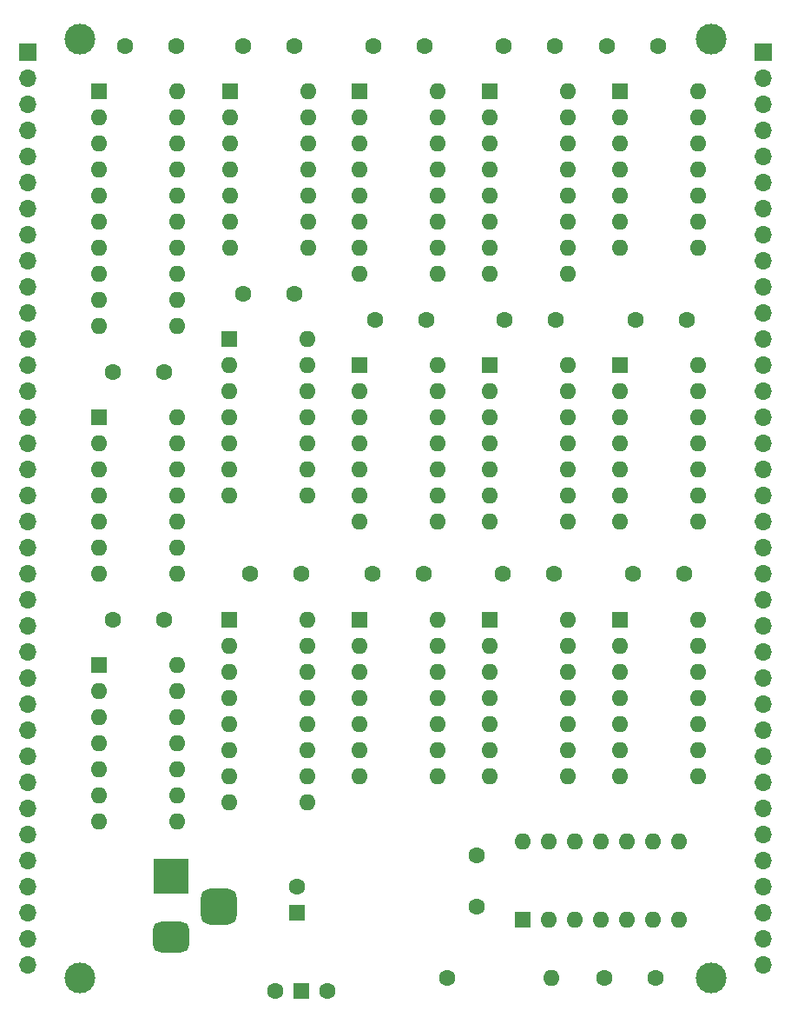
<source format=gbs>
G04 #@! TF.GenerationSoftware,KiCad,Pcbnew,8.0.9-8.0.9-0~ubuntu22.04.1*
G04 #@! TF.CreationDate,2025-07-24T17:31:46+10:00*
G04 #@! TF.ProjectId,UE14500-TTL,55453134-3530-4302-9d54-544c2e6b6963,rev?*
G04 #@! TF.SameCoordinates,Original*
G04 #@! TF.FileFunction,Soldermask,Bot*
G04 #@! TF.FilePolarity,Negative*
%FSLAX46Y46*%
G04 Gerber Fmt 4.6, Leading zero omitted, Abs format (unit mm)*
G04 Created by KiCad (PCBNEW 8.0.9-8.0.9-0~ubuntu22.04.1) date 2025-07-24 17:31:46*
%MOMM*%
%LPD*%
G01*
G04 APERTURE LIST*
G04 Aperture macros list*
%AMRoundRect*
0 Rectangle with rounded corners*
0 $1 Rounding radius*
0 $2 $3 $4 $5 $6 $7 $8 $9 X,Y pos of 4 corners*
0 Add a 4 corners polygon primitive as box body*
4,1,4,$2,$3,$4,$5,$6,$7,$8,$9,$2,$3,0*
0 Add four circle primitives for the rounded corners*
1,1,$1+$1,$2,$3*
1,1,$1+$1,$4,$5*
1,1,$1+$1,$6,$7*
1,1,$1+$1,$8,$9*
0 Add four rect primitives between the rounded corners*
20,1,$1+$1,$2,$3,$4,$5,0*
20,1,$1+$1,$4,$5,$6,$7,0*
20,1,$1+$1,$6,$7,$8,$9,0*
20,1,$1+$1,$8,$9,$2,$3,0*%
G04 Aperture macros list end*
%ADD10R,1.600000X1.600000*%
%ADD11O,1.600000X1.600000*%
%ADD12C,1.600000*%
%ADD13C,3.000000*%
%ADD14R,1.700000X1.700000*%
%ADD15O,1.700000X1.700000*%
%ADD16R,1.500000X1.500000*%
%ADD17R,3.500000X3.500000*%
%ADD18RoundRect,0.750000X1.000000X-0.750000X1.000000X0.750000X-1.000000X0.750000X-1.000000X-0.750000X0*%
%ADD19RoundRect,0.875000X0.875000X-0.875000X0.875000X0.875000X-0.875000X0.875000X-0.875000X-0.875000X0*%
G04 APERTURE END LIST*
D10*
X109855000Y-108585000D03*
D11*
X109855000Y-111125000D03*
X109855000Y-113665000D03*
X109855000Y-116205000D03*
X109855000Y-118745000D03*
X109855000Y-121285000D03*
X109855000Y-123825000D03*
X109855000Y-126365000D03*
X117475000Y-126365000D03*
X117475000Y-123825000D03*
X117475000Y-121285000D03*
X117475000Y-118745000D03*
X117475000Y-116205000D03*
X117475000Y-113665000D03*
X117475000Y-111125000D03*
X117475000Y-108585000D03*
D12*
X129032000Y-79375000D03*
X124032000Y-79375000D03*
D10*
X122545000Y-57150000D03*
D11*
X122545000Y-59690000D03*
X122545000Y-62230000D03*
X122545000Y-64770000D03*
X122545000Y-67310000D03*
X122545000Y-69850000D03*
X122545000Y-72390000D03*
X122545000Y-74930000D03*
X130165000Y-74930000D03*
X130165000Y-72390000D03*
X130165000Y-69850000D03*
X130165000Y-67310000D03*
X130165000Y-64770000D03*
X130165000Y-62230000D03*
X130165000Y-59690000D03*
X130165000Y-57150000D03*
D10*
X122545000Y-83820000D03*
D11*
X122545000Y-86360000D03*
X122545000Y-88900000D03*
X122545000Y-91440000D03*
X122545000Y-93980000D03*
X122545000Y-96520000D03*
X122545000Y-99060000D03*
X130165000Y-99060000D03*
X130165000Y-96520000D03*
X130165000Y-93980000D03*
X130165000Y-91440000D03*
X130165000Y-88900000D03*
X130165000Y-86360000D03*
X130165000Y-83820000D03*
D10*
X147955000Y-108585000D03*
D11*
X147955000Y-111125000D03*
X147955000Y-113665000D03*
X147955000Y-116205000D03*
X147955000Y-118745000D03*
X147955000Y-121285000D03*
X147955000Y-123825000D03*
X155575000Y-123825000D03*
X155575000Y-121285000D03*
X155575000Y-118745000D03*
X155575000Y-116205000D03*
X155575000Y-113665000D03*
X155575000Y-111125000D03*
X155575000Y-108585000D03*
D13*
X156845000Y-52070000D03*
D14*
X90170000Y-53340000D03*
D15*
X90170000Y-55880000D03*
X90170000Y-58420000D03*
X90170000Y-60960000D03*
X90170000Y-63500000D03*
X90170000Y-66040000D03*
X90170000Y-68580000D03*
X90170000Y-71120000D03*
X90170000Y-73660000D03*
X90170000Y-76200000D03*
X90170000Y-78740000D03*
X90170000Y-81280000D03*
X90170000Y-83820000D03*
X90170000Y-86360000D03*
X90170000Y-88900000D03*
X90170000Y-91440000D03*
X90170000Y-93980000D03*
X90170000Y-96520000D03*
X90170000Y-99060000D03*
X90170000Y-101600000D03*
X90170000Y-104140000D03*
X90170000Y-106680000D03*
X90170000Y-109220000D03*
X90170000Y-111760000D03*
X90170000Y-114300000D03*
X90170000Y-116840000D03*
X90170000Y-119380000D03*
X90170000Y-121920000D03*
X90170000Y-124460000D03*
X90170000Y-127000000D03*
X90170000Y-129540000D03*
X90170000Y-132080000D03*
X90170000Y-134620000D03*
X90170000Y-137160000D03*
X90170000Y-139700000D03*
X90170000Y-142240000D03*
D16*
X116840000Y-144780000D03*
D12*
X114300000Y-144780000D03*
X119380000Y-144780000D03*
X116195000Y-52705000D03*
X111195000Y-52705000D03*
X151384000Y-143510000D03*
X146384000Y-143510000D03*
X131064000Y-143510000D03*
D11*
X141224000Y-143510000D03*
D13*
X95250000Y-143510000D03*
D12*
X128825000Y-104140000D03*
X123825000Y-104140000D03*
X116840000Y-104140000D03*
X111840000Y-104140000D03*
D10*
X116460000Y-137120000D03*
D12*
X116460000Y-134620000D03*
X103505000Y-108585000D03*
X98505000Y-108585000D03*
D17*
X104140000Y-133525000D03*
D18*
X104140000Y-139525000D03*
D19*
X108840000Y-136525000D03*
D10*
X135255000Y-83820000D03*
D11*
X135255000Y-86360000D03*
X135255000Y-88900000D03*
X135255000Y-91440000D03*
X135255000Y-93980000D03*
X135255000Y-96520000D03*
X135255000Y-99060000D03*
X142875000Y-99060000D03*
X142875000Y-96520000D03*
X142875000Y-93980000D03*
X142875000Y-91440000D03*
X142875000Y-88900000D03*
X142875000Y-86360000D03*
X142875000Y-83820000D03*
D12*
X154225000Y-104140000D03*
X149225000Y-104140000D03*
D10*
X135245000Y-57150000D03*
D11*
X135245000Y-59690000D03*
X135245000Y-62230000D03*
X135245000Y-64770000D03*
X135245000Y-67310000D03*
X135245000Y-69850000D03*
X135245000Y-72390000D03*
X135245000Y-74930000D03*
X142865000Y-74930000D03*
X142865000Y-72390000D03*
X142865000Y-69850000D03*
X142865000Y-67310000D03*
X142865000Y-64770000D03*
X142865000Y-62230000D03*
X142865000Y-59690000D03*
X142865000Y-57150000D03*
D10*
X122555000Y-108585000D03*
D11*
X122555000Y-111125000D03*
X122555000Y-113665000D03*
X122555000Y-116205000D03*
X122555000Y-118745000D03*
X122555000Y-121285000D03*
X122555000Y-123825000D03*
X130175000Y-123825000D03*
X130175000Y-121285000D03*
X130175000Y-118745000D03*
X130175000Y-116205000D03*
X130175000Y-113665000D03*
X130175000Y-111125000D03*
X130175000Y-108585000D03*
D12*
X103505000Y-84455000D03*
X98505000Y-84455000D03*
X133990000Y-131535000D03*
X133990000Y-136535000D03*
D10*
X97145000Y-88900000D03*
D11*
X97145000Y-91440000D03*
X97145000Y-93980000D03*
X97145000Y-96520000D03*
X97145000Y-99060000D03*
X97145000Y-101600000D03*
X97145000Y-104140000D03*
X104765000Y-104140000D03*
X104765000Y-101600000D03*
X104765000Y-99060000D03*
X104765000Y-96520000D03*
X104765000Y-93980000D03*
X104765000Y-91440000D03*
X104765000Y-88900000D03*
D12*
X154432000Y-79375000D03*
X149432000Y-79375000D03*
D10*
X109885000Y-57150000D03*
D11*
X109885000Y-59690000D03*
X109885000Y-62230000D03*
X109885000Y-64770000D03*
X109885000Y-67310000D03*
X109885000Y-69850000D03*
X109885000Y-72390000D03*
X117505000Y-72390000D03*
X117505000Y-69850000D03*
X117505000Y-67310000D03*
X117505000Y-64770000D03*
X117505000Y-62230000D03*
X117505000Y-59690000D03*
X117505000Y-57150000D03*
D10*
X138430000Y-137795000D03*
D11*
X140970000Y-137795000D03*
X143510000Y-137795000D03*
X146050000Y-137795000D03*
X148590000Y-137795000D03*
X151130000Y-137795000D03*
X153670000Y-137795000D03*
X153670000Y-130175000D03*
X151130000Y-130175000D03*
X148590000Y-130175000D03*
X146050000Y-130175000D03*
X143510000Y-130175000D03*
X140970000Y-130175000D03*
X138430000Y-130175000D03*
D12*
X141652000Y-79375000D03*
X136652000Y-79375000D03*
D10*
X109855000Y-81280000D03*
D11*
X109855000Y-83820000D03*
X109855000Y-86360000D03*
X109855000Y-88900000D03*
X109855000Y-91440000D03*
X109855000Y-93980000D03*
X109855000Y-96520000D03*
X117475000Y-96520000D03*
X117475000Y-93980000D03*
X117475000Y-91440000D03*
X117475000Y-88900000D03*
X117475000Y-86360000D03*
X117475000Y-83820000D03*
X117475000Y-81280000D03*
D12*
X104685000Y-52705000D03*
X99685000Y-52705000D03*
X128895000Y-52690000D03*
X123895000Y-52690000D03*
D10*
X97145000Y-57150000D03*
D11*
X97145000Y-59690000D03*
X97145000Y-62230000D03*
X97145000Y-64770000D03*
X97145000Y-67310000D03*
X97145000Y-69850000D03*
X97145000Y-72390000D03*
X97145000Y-74930000D03*
X97145000Y-77470000D03*
X97145000Y-80010000D03*
X104765000Y-80010000D03*
X104765000Y-77470000D03*
X104765000Y-74930000D03*
X104765000Y-72390000D03*
X104765000Y-69850000D03*
X104765000Y-67310000D03*
X104765000Y-64770000D03*
X104765000Y-62230000D03*
X104765000Y-59690000D03*
X104765000Y-57150000D03*
D13*
X95250000Y-52070000D03*
D10*
X97155000Y-113030000D03*
D11*
X97155000Y-115570000D03*
X97155000Y-118110000D03*
X97155000Y-120650000D03*
X97155000Y-123190000D03*
X97155000Y-125730000D03*
X97155000Y-128270000D03*
X104775000Y-128270000D03*
X104775000Y-125730000D03*
X104775000Y-123190000D03*
X104775000Y-120650000D03*
X104775000Y-118110000D03*
X104775000Y-115570000D03*
X104775000Y-113030000D03*
D12*
X116205000Y-76835000D03*
X111205000Y-76835000D03*
D10*
X147965000Y-83820000D03*
D11*
X147965000Y-86360000D03*
X147965000Y-88900000D03*
X147965000Y-91440000D03*
X147965000Y-93980000D03*
X147965000Y-96520000D03*
X147965000Y-99060000D03*
X155585000Y-99060000D03*
X155585000Y-96520000D03*
X155585000Y-93980000D03*
X155585000Y-91440000D03*
X155585000Y-88900000D03*
X155585000Y-86360000D03*
X155585000Y-83820000D03*
D13*
X156845000Y-143510000D03*
D10*
X147945000Y-57150000D03*
D11*
X147945000Y-59690000D03*
X147945000Y-62230000D03*
X147945000Y-64770000D03*
X147945000Y-67310000D03*
X147945000Y-69850000D03*
X147945000Y-72390000D03*
X155565000Y-72390000D03*
X155565000Y-69850000D03*
X155565000Y-67310000D03*
X155565000Y-64770000D03*
X155565000Y-62230000D03*
X155565000Y-59690000D03*
X155565000Y-57150000D03*
D14*
X161925000Y-53340000D03*
D15*
X161925000Y-55880000D03*
X161925000Y-58420000D03*
X161925000Y-60960000D03*
X161925000Y-63500000D03*
X161925000Y-66040000D03*
X161925000Y-68580000D03*
X161925000Y-71120000D03*
X161925000Y-73660000D03*
X161925000Y-76200000D03*
X161925000Y-78740000D03*
X161925000Y-81280000D03*
X161925000Y-83820000D03*
X161925000Y-86360000D03*
X161925000Y-88900000D03*
X161925000Y-91440000D03*
X161925000Y-93980000D03*
X161925000Y-96520000D03*
X161925000Y-99060000D03*
X161925000Y-101600000D03*
X161925000Y-104140000D03*
X161925000Y-106680000D03*
X161925000Y-109220000D03*
X161925000Y-111760000D03*
X161925000Y-114300000D03*
X161925000Y-116840000D03*
X161925000Y-119380000D03*
X161925000Y-121920000D03*
X161925000Y-124460000D03*
X161925000Y-127000000D03*
X161925000Y-129540000D03*
X161925000Y-132080000D03*
X161925000Y-134620000D03*
X161925000Y-137160000D03*
X161925000Y-139700000D03*
X161925000Y-142240000D03*
D12*
X151675000Y-52705000D03*
X146675000Y-52705000D03*
D10*
X135255000Y-108585000D03*
D11*
X135255000Y-111125000D03*
X135255000Y-113665000D03*
X135255000Y-116205000D03*
X135255000Y-118745000D03*
X135255000Y-121285000D03*
X135255000Y-123825000D03*
X142875000Y-123825000D03*
X142875000Y-121285000D03*
X142875000Y-118745000D03*
X142875000Y-116205000D03*
X142875000Y-113665000D03*
X142875000Y-111125000D03*
X142875000Y-108585000D03*
D12*
X141605000Y-52705000D03*
X136605000Y-52705000D03*
X141525000Y-104140000D03*
X136525000Y-104140000D03*
M02*

</source>
